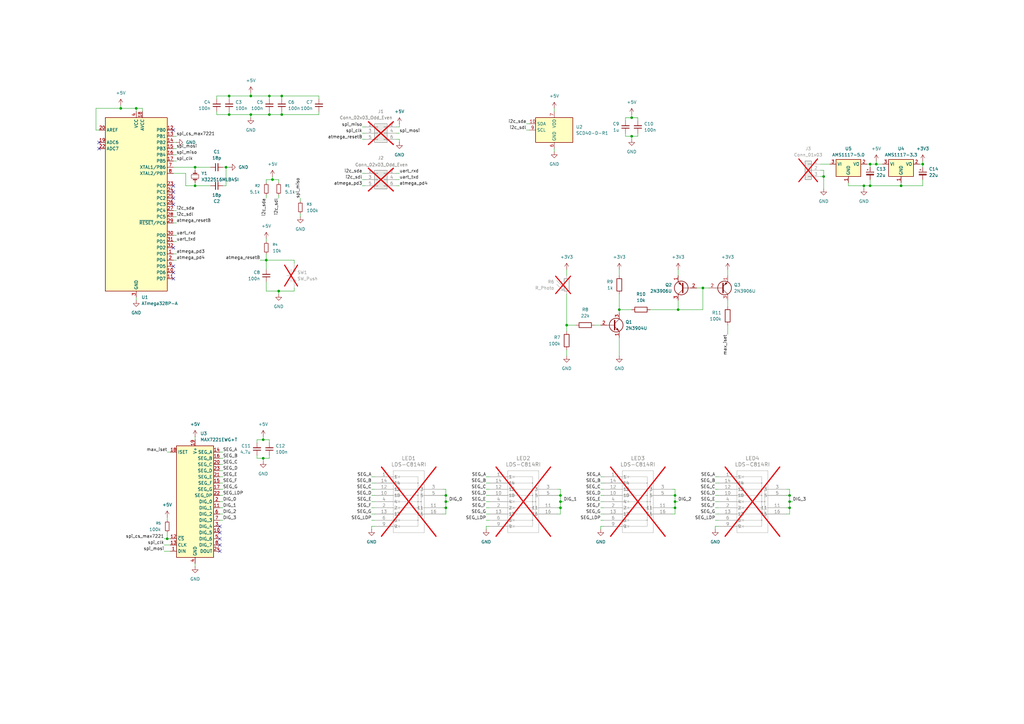
<source format=kicad_sch>
(kicad_sch (version 20250114) (generator "eeschema") (generator_version "9.0")
  (paper "A3")
  (junction (at 182.88 208.28))
  (junction (at 323.85 205.74))
  (junction (at 80.01 68.58))
  (junction (at 93.98 46.99))
  (junction (at 49.53 44.45))
  (junction (at 254 127))
  (junction (at 323.85 208.28))
  (junction (at 356.87 76.2))
  (junction (at 93.98 39.37))
  (junction (at 102.87 46.99))
  (junction (at 378.46 67.31))
  (junction (at 356.87 67.31))
  (junction (at 229.87 205.74))
  (junction (at 92.71 68.58))
  (junction (at 107.95 180.34))
  (junction (at 278.13 127))
  (junction (at 276.86 208.28))
  (junction (at 323.85 203.2))
  (junction (at 182.88 203.2))
  (junction (at 114.3 119.38))
  (junction (at 115.57 46.99))
  (junction (at 107.95 187.96))
  (junction (at 109.22 106.68))
  (junction (at 110.49 46.99))
  (junction (at 68.58 220.98))
  (junction (at 55.88 44.45))
  (junction (at 276.86 203.2))
  (junction (at 232.41 133.35))
  (junction (at 259.08 55.88))
  (junction (at 80.01 76.2))
  (junction (at 229.87 203.2))
  (junction (at 276.86 205.74))
  (junction (at 288.29 118.11))
  (junction (at 354.33 76.2))
  (junction (at 259.08 48.26))
  (junction (at 111.76 73.66))
  (junction (at 369.57 76.2))
  (junction (at 337.82 72.39))
  (junction (at 359.41 67.31))
  (junction (at 110.49 39.37))
  (junction (at 182.88 205.74))
  (junction (at 115.57 39.37))
  (junction (at 102.87 39.37))
  (junction (at 229.87 208.28))
  (no_connect (at 71.12 53.34))
  (no_connect (at 71.12 109.22))
  (no_connect (at 71.12 111.76))
  (no_connect (at 90.17 220.98))
  (no_connect (at 71.12 101.6))
  (no_connect (at 71.12 81.28))
  (no_connect (at 40.64 58.42))
  (no_connect (at 90.17 223.52))
  (no_connect (at 71.12 78.74))
  (no_connect (at 90.17 226.06))
  (no_connect (at 90.17 218.44))
  (no_connect (at 71.12 83.82))
  (no_connect (at 71.12 114.3))
  (no_connect (at 90.17 215.9))
  (no_connect (at 40.64 60.96))
  (no_connect (at 71.12 76.2))
  (wire (pts (xy 102.87 46.99) (xy 102.87 48.26)))
  (wire (pts (xy 259.08 55.88) (xy 259.08 57.15)))
  (wire (pts (xy 90.17 213.36) (xy 91.44 213.36)))
  (wire (pts (xy 152.4 198.12) (xy 153.67 198.12)))
  (wire (pts (xy 181.61 203.2) (xy 182.88 203.2)))
  (wire (pts (xy 246.38 198.12) (xy 247.65 198.12)))
  (wire (pts (xy 90.17 200.66) (xy 91.44 200.66)))
  (wire (pts (xy 55.88 44.45) (xy 58.42 44.45)))
  (wire (pts (xy 199.39 215.9) (xy 199.39 217.17)))
  (wire (pts (xy 276.86 205.74) (xy 276.86 208.28)))
  (wire (pts (xy 110.49 39.37) (xy 115.57 39.37)))
  (wire (pts (xy 266.7 127) (xy 278.13 127)))
  (wire (pts (xy 152.4 215.9) (xy 153.67 215.9)))
  (wire (pts (xy 215.9 50.8) (xy 217.17 50.8)))
  (wire (pts (xy 67.31 220.98) (xy 68.58 220.98)))
  (wire (pts (xy 114.3 73.66) (xy 114.3 74.93)))
  (wire (pts (xy 181.61 200.66) (xy 182.88 200.66)))
  (wire (pts (xy 115.57 46.99) (xy 110.49 46.99)))
  (wire (pts (xy 93.98 39.37) (xy 93.98 40.64)))
  (wire (pts (xy 130.81 45.72) (xy 130.81 46.99)))
  (wire (pts (xy 199.39 200.66) (xy 200.66 200.66)))
  (wire (pts (xy 276.86 200.66) (xy 276.86 203.2)))
  (wire (pts (xy 162.56 71.12) (xy 163.83 71.12)))
  (wire (pts (xy 92.71 68.58) (xy 93.98 68.58)))
  (wire (pts (xy 80.01 179.07) (xy 80.01 180.34)))
  (wire (pts (xy 322.58 210.82) (xy 323.85 210.82)))
  (wire (pts (xy 256.54 48.26) (xy 256.54 49.53)))
  (wire (pts (xy 288.29 118.11) (xy 290.83 118.11)))
  (wire (pts (xy 148.59 73.66) (xy 149.86 73.66)))
  (wire (pts (xy 278.13 127) (xy 288.29 127)))
  (wire (pts (xy 323.85 200.66) (xy 323.85 203.2)))
  (wire (pts (xy 293.37 195.58) (xy 294.64 195.58)))
  (wire (pts (xy 39.37 53.34) (xy 39.37 44.45)))
  (wire (pts (xy 347.98 76.2) (xy 347.98 74.93)))
  (wire (pts (xy 199.39 210.82) (xy 200.66 210.82)))
  (wire (pts (xy 71.12 86.36) (xy 72.39 86.36)))
  (wire (pts (xy 71.12 106.68) (xy 72.39 106.68)))
  (wire (pts (xy 90.17 203.2) (xy 91.44 203.2)))
  (wire (pts (xy 92.71 68.58) (xy 92.71 76.2)))
  (wire (pts (xy 254 110.49) (xy 254 113.03)))
  (wire (pts (xy 71.12 96.52) (xy 72.39 96.52)))
  (wire (pts (xy 285.75 118.11) (xy 288.29 118.11)))
  (wire (pts (xy 182.88 203.2) (xy 182.88 205.74)))
  (wire (pts (xy 298.45 123.19) (xy 298.45 125.73)))
  (wire (pts (xy 276.86 208.28) (xy 276.86 210.82)))
  (wire (pts (xy 90.17 210.82) (xy 91.44 210.82)))
  (wire (pts (xy 356.87 73.66) (xy 356.87 76.2)))
  (wire (pts (xy 115.57 40.64) (xy 115.57 39.37)))
  (wire (pts (xy 293.37 198.12) (xy 294.64 198.12)))
  (wire (pts (xy 182.88 208.28) (xy 182.88 210.82)))
  (wire (pts (xy 336.55 69.85) (xy 337.82 69.85)))
  (wire (pts (xy 110.49 187.96) (xy 107.95 187.96)))
  (wire (pts (xy 259.08 55.88) (xy 256.54 55.88)))
  (wire (pts (xy 378.46 67.31) (xy 378.46 68.58)))
  (wire (pts (xy 88.9 39.37) (xy 93.98 39.37)))
  (wire (pts (xy 246.38 215.9) (xy 247.65 215.9)))
  (wire (pts (xy 337.82 72.39) (xy 336.55 72.39)))
  (wire (pts (xy 356.87 67.31) (xy 355.6 67.31)))
  (wire (pts (xy 71.12 63.5) (xy 72.39 63.5)))
  (wire (pts (xy 293.37 205.74) (xy 294.64 205.74)))
  (wire (pts (xy 88.9 46.99) (xy 88.9 45.72)))
  (wire (pts (xy 90.17 187.96) (xy 91.44 187.96)))
  (wire (pts (xy 275.59 208.28) (xy 276.86 208.28)))
  (wire (pts (xy 90.17 205.74) (xy 91.44 205.74)))
  (wire (pts (xy 88.9 40.64) (xy 88.9 39.37)))
  (wire (pts (xy 162.56 57.15) (xy 163.83 57.15)))
  (wire (pts (xy 227.33 44.45) (xy 227.33 45.72)))
  (wire (pts (xy 246.38 208.28) (xy 247.65 208.28)))
  (wire (pts (xy 259.08 46.99) (xy 259.08 48.26)))
  (wire (pts (xy 293.37 215.9) (xy 294.64 215.9)))
  (wire (pts (xy 76.2 71.12) (xy 76.2 76.2)))
  (wire (pts (xy 261.62 54.61) (xy 261.62 55.88)))
  (wire (pts (xy 246.38 195.58) (xy 247.65 195.58)))
  (wire (pts (xy 80.01 76.2) (xy 86.36 76.2)))
  (wire (pts (xy 261.62 48.26) (xy 261.62 49.53)))
  (wire (pts (xy 246.38 200.66) (xy 247.65 200.66)))
  (wire (pts (xy 58.42 44.45) (xy 58.42 45.72)))
  (wire (pts (xy 181.61 210.82) (xy 182.88 210.82)))
  (wire (pts (xy 93.98 46.99) (xy 88.9 46.99)))
  (wire (pts (xy 111.76 73.66) (xy 114.3 73.66)))
  (wire (pts (xy 293.37 200.66) (xy 294.64 200.66)))
  (wire (pts (xy 275.59 210.82) (xy 276.86 210.82)))
  (wire (pts (xy 215.9 53.34) (xy 217.17 53.34)))
  (wire (pts (xy 111.76 72.39) (xy 111.76 73.66)))
  (wire (pts (xy 71.12 60.96) (xy 72.39 60.96)))
  (wire (pts (xy 71.12 99.06) (xy 72.39 99.06)))
  (wire (pts (xy 120.65 119.38) (xy 120.65 118.11)))
  (wire (pts (xy 337.82 72.39) (xy 337.82 77.47)))
  (wire (pts (xy 261.62 55.88) (xy 259.08 55.88)))
  (wire (pts (xy 110.49 46.99) (xy 102.87 46.99)))
  (wire (pts (xy 199.39 215.9) (xy 200.66 215.9)))
  (wire (pts (xy 130.81 46.99) (xy 115.57 46.99)))
  (wire (pts (xy 322.58 208.28) (xy 323.85 208.28)))
  (wire (pts (xy 49.53 43.18) (xy 49.53 44.45)))
  (wire (pts (xy 107.95 180.34) (xy 110.49 180.34)))
  (wire (pts (xy 107.95 187.96) (xy 107.95 189.23)))
  (wire (pts (xy 181.61 208.28) (xy 182.88 208.28)))
  (wire (pts (xy 55.88 44.45) (xy 55.88 45.72)))
  (wire (pts (xy 298.45 110.49) (xy 298.45 113.03)))
  (wire (pts (xy 80.01 68.58) (xy 86.36 68.58)))
  (wire (pts (xy 93.98 39.37) (xy 102.87 39.37)))
  (wire (pts (xy 259.08 48.26) (xy 256.54 48.26)))
  (wire (pts (xy 275.59 203.2) (xy 276.86 203.2)))
  (wire (pts (xy 90.17 190.5) (xy 91.44 190.5)))
  (wire (pts (xy 90.17 198.12) (xy 91.44 198.12)))
  (wire (pts (xy 182.88 205.74) (xy 184.15 205.74)))
  (wire (pts (xy 259.08 48.26) (xy 261.62 48.26)))
  (wire (pts (xy 90.17 193.04) (xy 91.44 193.04)))
  (wire (pts (xy 91.44 76.2) (xy 92.71 76.2)))
  (wire (pts (xy 93.98 45.72) (xy 93.98 46.99)))
  (wire (pts (xy 105.41 186.69) (xy 105.41 187.96)))
  (wire (pts (xy 163.83 50.8) (xy 163.83 52.07)))
  (wire (pts (xy 275.59 200.66) (xy 276.86 200.66)))
  (wire (pts (xy 323.85 203.2) (xy 323.85 205.74)))
  (wire (pts (xy 356.87 68.58) (xy 356.87 67.31)))
  (wire (pts (xy 107.95 187.96) (xy 105.41 187.96)))
  (wire (pts (xy 229.87 203.2) (xy 229.87 205.74)))
  (wire (pts (xy 67.31 223.52) (xy 69.85 223.52)))
  (wire (pts (xy 148.59 52.07) (xy 149.86 52.07)))
  (wire (pts (xy 162.56 76.2) (xy 163.83 76.2)))
  (wire (pts (xy 102.87 39.37) (xy 110.49 39.37)))
  (wire (pts (xy 347.98 76.2) (xy 354.33 76.2)))
  (wire (pts (xy 182.88 205.74) (xy 182.88 208.28)))
  (wire (pts (xy 71.12 88.9) (xy 72.39 88.9)))
  (wire (pts (xy 80.01 69.85) (xy 80.01 68.58)))
  (wire (pts (xy 199.39 195.58) (xy 200.66 195.58)))
  (wire (pts (xy 199.39 213.36) (xy 200.66 213.36)))
  (wire (pts (xy 199.39 198.12) (xy 200.66 198.12)))
  (wire (pts (xy 254 127) (xy 259.08 127)))
  (wire (pts (xy 109.22 104.14) (xy 109.22 106.68)))
  (wire (pts (xy 68.58 212.09) (xy 68.58 213.36)))
  (wire (pts (xy 323.85 205.74) (xy 325.12 205.74)))
  (wire (pts (xy 377.19 67.31) (xy 378.46 67.31)))
  (wire (pts (xy 162.56 52.07) (xy 163.83 52.07)))
  (wire (pts (xy 49.53 44.45) (xy 55.88 44.45)))
  (wire (pts (xy 232.41 133.35) (xy 236.22 133.35)))
  (wire (pts (xy 109.22 73.66) (xy 111.76 73.66)))
  (wire (pts (xy 105.41 181.61) (xy 105.41 180.34)))
  (wire (pts (xy 76.2 76.2) (xy 80.01 76.2)))
  (wire (pts (xy 90.17 185.42) (xy 91.44 185.42)))
  (wire (pts (xy 148.59 57.15) (xy 149.86 57.15)))
  (wire (pts (xy 246.38 205.74) (xy 247.65 205.74)))
  (wire (pts (xy 114.3 80.01) (xy 114.3 81.28)))
  (wire (pts (xy 228.6 208.28) (xy 229.87 208.28)))
  (wire (pts (xy 130.81 39.37) (xy 130.81 40.64)))
  (wire (pts (xy 115.57 39.37) (xy 130.81 39.37)))
  (wire (pts (xy 148.59 76.2) (xy 149.86 76.2)))
  (wire (pts (xy 243.84 133.35) (xy 246.38 133.35)))
  (wire (pts (xy 68.58 185.42) (xy 69.85 185.42)))
  (wire (pts (xy 232.41 120.65) (xy 232.41 133.35)))
  (wire (pts (xy 254 138.43) (xy 254 146.05)))
  (wire (pts (xy 293.37 215.9) (xy 293.37 217.17)))
  (wire (pts (xy 110.49 45.72) (xy 110.49 46.99)))
  (wire (pts (xy 148.59 71.12) (xy 149.86 71.12)))
  (wire (pts (xy 71.12 104.14) (xy 72.39 104.14)))
  (wire (pts (xy 109.22 97.79) (xy 109.22 99.06)))
  (wire (pts (xy 369.57 74.93) (xy 369.57 76.2)))
  (wire (pts (xy 80.01 76.2) (xy 80.01 74.93)))
  (wire (pts (xy 354.33 76.2) (xy 356.87 76.2)))
  (wire (pts (xy 68.58 220.98) (xy 69.85 220.98)))
  (wire (pts (xy 71.12 71.12) (xy 76.2 71.12)))
  (wire (pts (xy 123.19 81.28) (xy 123.19 82.55)))
  (wire (pts (xy 354.33 76.2) (xy 354.33 77.47)))
  (wire (pts (xy 323.85 205.74) (xy 323.85 208.28)))
  (wire (pts (xy 39.37 44.45) (xy 49.53 44.45)))
  (wire (pts (xy 232.41 110.49) (xy 232.41 113.03)))
  (wire (pts (xy 91.44 68.58) (xy 92.71 68.58)))
  (wire (pts (xy 199.39 203.2) (xy 200.66 203.2)))
  (wire (pts (xy 102.87 46.99) (xy 93.98 46.99)))
  (wire (pts (xy 278.13 123.19) (xy 278.13 127)))
  (wire (pts (xy 114.3 119.38) (xy 120.65 119.38)))
  (wire (pts (xy 106.68 106.68) (xy 109.22 106.68)))
  (wire (pts (xy 162.56 54.61) (xy 163.83 54.61)))
  (wire (pts (xy 293.37 210.82) (xy 294.64 210.82)))
  (wire (pts (xy 356.87 76.2) (xy 369.57 76.2)))
  (wire (pts (xy 109.22 115.57) (xy 109.22 119.38)))
  (wire (pts (xy 229.87 205.74) (xy 229.87 208.28)))
  (wire (pts (xy 109.22 106.68) (xy 109.22 110.49)))
  (wire (pts (xy 67.31 226.06) (xy 69.85 226.06)))
  (wire (pts (xy 336.55 67.31) (xy 340.36 67.31)))
  (wire (pts (xy 152.4 200.66) (xy 153.67 200.66)))
  (wire (pts (xy 152.4 195.58) (xy 153.67 195.58)))
  (wire (pts (xy 298.45 133.35) (xy 298.45 137.16)))
  (wire (pts (xy 105.41 180.34) (xy 107.95 180.34)))
  (wire (pts (xy 90.17 195.58) (xy 91.44 195.58)))
  (wire (pts (xy 246.38 215.9) (xy 246.38 217.17)))
  (wire (pts (xy 293.37 208.28) (xy 294.64 208.28)))
  (wire (pts (xy 110.49 186.69) (xy 110.49 187.96)))
  (wire (pts (xy 163.83 57.15) (xy 163.83 58.42)))
  (wire (pts (xy 359.41 67.31) (xy 361.95 67.31)))
  (wire (pts (xy 246.38 210.82) (xy 247.65 210.82)))
  (wire (pts (xy 199.39 208.28) (xy 200.66 208.28)))
  (wire (pts (xy 276.86 205.74) (xy 278.13 205.74)))
  (wire (pts (xy 68.58 218.44) (xy 68.58 220.98)))
  (wire (pts (xy 102.87 38.1) (xy 102.87 39.37)))
  (wire (pts (xy 71.12 68.58) (xy 80.01 68.58)))
  (wire (pts (xy 278.13 110.49) (xy 278.13 113.03)))
  (wire (pts (xy 55.88 121.92) (xy 55.88 123.19)))
  (wire (pts (xy 378.46 66.04) (xy 378.46 67.31)))
  (wire (pts (xy 148.59 54.61) (xy 149.86 54.61)))
  (wire (pts (xy 71.12 55.88) (xy 72.39 55.88)))
  (wire (pts (xy 246.38 203.2) (xy 247.65 203.2)))
  (wire (pts (xy 378.46 73.66) (xy 378.46 76.2)))
  (wire (pts (xy 199.39 205.74) (xy 200.66 205.74)))
  (wire (pts (xy 227.33 60.96) (xy 227.33 62.23)))
  (wire (pts (xy 115.57 45.72) (xy 115.57 46.99)))
  (wire (pts (xy 323.85 208.28) (xy 323.85 210.82)))
  (wire (pts (xy 232.41 143.51) (xy 232.41 146.05)))
  (wire (pts (xy 120.65 106.68) (xy 120.65 107.95)))
  (wire (pts (xy 254 120.65) (xy 254 127)))
  (wire (pts (xy 152.4 213.36) (xy 153.67 213.36)))
  (wire (pts (xy 152.4 205.74) (xy 153.67 205.74)))
  (wire (pts (xy 256.54 54.61) (xy 256.54 55.88)))
  (wire (pts (xy 378.46 76.2) (xy 369.57 76.2)))
  (wire (pts (xy 322.58 200.66) (xy 323.85 200.66)))
  (wire (pts (xy 228.6 210.82) (xy 229.87 210.82)))
  (wire (pts (xy 293.37 213.36) (xy 294.64 213.36)))
  (wire (pts (xy 356.87 67.31) (xy 359.41 67.31)))
  (wire (pts (xy 182.88 200.66) (xy 182.88 203.2)))
  (wire (pts (xy 109.22 74.93) (xy 109.22 73.66)))
  (wire (pts (xy 232.41 133.35) (xy 232.41 135.89)))
  (wire (pts (xy 228.6 203.2) (xy 229.87 203.2)))
  (wire (pts (xy 80.01 231.14) (xy 80.01 232.41)))
  (wire (pts (xy 359.41 66.04) (xy 359.41 67.31)))
  (wire (pts (xy 40.64 53.34) (xy 39.37 53.34)))
  (wire (pts (xy 276.86 203.2) (xy 276.86 205.74)))
  (wire (pts (xy 322.58 203.2) (xy 323.85 203.2)))
  (wire (pts (xy 71.12 91.44) (xy 72.39 91.44)))
  (wire (pts (xy 229.87 208.28) (xy 229.87 210.82)))
  (wire (pts (xy 109.22 80.01) (xy 109.22 81.28)))
  (wire (pts (xy 71.12 66.04) (xy 72.39 66.04)))
  (wire (pts (xy 152.4 208.28) (xy 153.67 208.28)))
  (wire (pts (xy 152.4 210.82) (xy 153.67 210.82)))
  (wire (pts (xy 337.82 69.85) (xy 337.82 72.39)))
  (wire (pts (xy 110.49 180.34) (xy 110.49 181.61)))
  (wire (pts (xy 229.87 200.66) (xy 229.87 203.2)))
  (wire (pts (xy 293.37 203.2) (xy 294.64 203.2)))
  (wire (pts (xy 90.17 208.28) (xy 91.44 208.28)))
  (wire (pts (xy 109.22 119.38) (xy 114.3 119.38)))
  (wire (pts (xy 110.49 39.37) (xy 110.49 40.64)))
  (wire (pts (xy 109.22 106.68) (xy 120.65 106.68)))
  (wire (pts (xy 152.4 215.9) (xy 152.4 217.17)))
  (wire (pts (xy 162.56 73.66) (xy 163.83 73.66)))
  (wire (pts (xy 152.4 203.2) (xy 153.67 203.2)))
  (wire (pts (xy 107.95 179.07) (xy 107.95 180.34)))
  (wire (pts (xy 229.87 205.74) (xy 231.14 205.74)))
  (wire (pts (xy 114.3 119.38) (xy 114.3 120.65)))
  (wire (pts (xy 71.12 58.42) (xy 72.39 58.42)))
  (wire (pts (xy 123.19 87.63) (xy 123.19 88.9)))
  (wire (pts (xy 228.6 200.66) (xy 229.87 200.66)))
  (wire (pts (xy 288.29 118.11) (xy 288.29 127)))
  (wire (pts (xy 246.38 213.36) (xy 247.65 213.36)))
  (wire (pts (xy 254 127) (xy 254 128.27)))
  (label "SEG_G" (at 293.37 210.82 180))
  (label "spi_clk" (at 148.59 54.61 180))
  (label "SEG_LDP" (at 293.37 213.36 180))
  (label "spi_cs_max7221" (at 67.31 220.98 180))
  (label "i2c_sda" (at 72.39 86.36 0))
  (label "i2c_sdl" (at 72.39 88.9 0))
  (label "atmega_resetB" (at 72.39 91.44 0))
  (label "spi_miso" (at 148.59 52.07 180))
  (label "i2c_sdl" (at 114.3 81.28 270))
  (label "SEG_LDP" (at 91.44 203.2 0))
  (label "SEG_F" (at 91.44 198.12 0))
  (label "SEG_G" (at 91.44 200.66 0))
  (label "SEG_E" (at 91.44 195.58 0))
  (label "SEG_B" (at 91.44 187.96 0))
  (label "SEG_D" (at 91.44 193.04 0))
  (label "SEG_C" (at 91.44 190.5 0))
  (label "SEG_A" (at 91.44 185.42 0))
  (label "SEG_F" (at 293.37 208.28 180))
  (label "atmega_resetB" (at 106.68 106.68 180))
  (label "atmega_pd4" (at 163.83 76.2 0))
  (label "uart_txd" (at 163.83 73.66 0))
  (label "SEG_LDP" (at 152.4 213.36 180))
  (label "SEG_B" (at 152.4 198.12 180))
  (label "SEG_C" (at 152.4 200.66 180))
  (label "SEG_A" (at 152.4 195.58 180))
  (label "SEG_F" (at 152.4 208.28 180))
  (label "SEG_E" (at 152.4 205.74 180))
  (label "SEG_G" (at 152.4 210.82 180))
  (label "SEG_D" (at 152.4 203.2 180))
  (label "SEG_LDP" (at 199.39 213.36 180))
  (label "SEG_LDP" (at 246.38 213.36 180))
  (label "spi_clk" (at 67.31 223.52 180))
  (label "max_iset" (at 68.58 185.42 180))
  (label "i2c_sda" (at 215.9 50.8 180))
  (label "i2c_sda" (at 109.22 81.28 270))
  (label "DIG_3" (at 325.12 205.74 0))
  (label "SEG_F" (at 199.39 208.28 180))
  (label "i2c_sda" (at 148.59 71.12 180))
  (label "atmega_pd4" (at 72.39 106.68 0))
  (label "SEG_D" (at 199.39 203.2 180))
  (label "SEG_F" (at 246.38 208.28 180))
  (label "SEG_B" (at 293.37 198.12 180))
  (label "atmega_resetB" (at 148.59 57.15 180))
  (label "SEG_A" (at 246.38 195.58 180))
  (label "spi_clk" (at 72.39 66.04 0))
  (label "spi_miso" (at 72.39 63.5 0))
  (label "spi_mosi" (at 72.39 60.96 0))
  (label "spi_cs_max7221" (at 72.39 55.88 0))
  (label "uart_rxd" (at 163.83 71.12 0))
  (label "SEG_C" (at 199.39 200.66 180))
  (label "SEG_A" (at 199.39 195.58 180))
  (label "DIG_1" (at 231.14 205.74 0))
  (label "SEG_C" (at 246.38 200.66 180))
  (label "DIG_0" (at 184.15 205.74 0))
  (label "SEG_B" (at 246.38 198.12 180))
  (label "atmega_pd3" (at 148.59 76.2 180))
  (label "DIG_0" (at 91.44 205.74 0))
  (label "DIG_1" (at 91.44 208.28 0))
  (label "DIG_3" (at 91.44 213.36 0))
  (label "DIG_2" (at 91.44 210.82 0))
  (label "i2c_sdl" (at 215.9 53.34 180))
  (label "SEG_E" (at 246.38 205.74 180))
  (label "SEG_E" (at 293.37 205.74 180))
  (label "spi_mosi" (at 163.83 54.61 0))
  (label "i2c_sdl" (at 148.59 73.66 180))
  (label "SEG_B" (at 199.39 198.12 180))
  (label "spi_miso" (at 123.19 81.28 90))
  (label "atmega_pd3" (at 72.39 104.14 0))
  (label "DIG_2" (at 278.13 205.74 0))
  (label "SEG_D" (at 293.37 203.2 180))
  (label "SEG_G" (at 246.38 210.82 180))
  (label "SEG_G" (at 199.39 210.82 180))
  (label "SEG_E" (at 199.39 205.74 180))
  (label "SEG_A" (at 293.37 195.58 180))
  (label "SEG_D" (at 246.38 203.2 180))
  (label "spi_mosi" (at 67.31 226.06 180))
  (label "SEG_C" (at 293.37 200.66 180))
  (label "uart_rxd" (at 72.39 96.52 0))
  (label "uart_txd" (at 72.39 99.06 0))
  (label "max_iset" (at 298.45 137.16 270))
  (symbol (lib_id "inv_symbols:LDS-C814RI") (at 247.65 195.58 0) (unit 1) (dnp yes)
    (property "Reference" "LED3" (at 261.62 187.96 0) (effects (font (size 1.524 1.524))))
    (property "Value" "LDS-C814RI" (at 261.62 190.5 0) (effects (font (size 1.524 1.524))))
    (property "Footprint" "inv_footprints:LDS-C814RI_LUM" (effects (hide yes)))
    (property "Datasheet" "LDS-C814RI" (effects (hide yes)))
  )
  (symbol (lib_id "power:GND") (at 80.01 232.41 0) (unit 1)
    (property "Reference" "#PWR018" (effects (hide yes)))
    (property "Value" "GND" (at 80.01 237.49 0))
    (property "Description" "Power symbol creates a global label with name \"GND\" , ground" (effects (hide yes)))
  )
  (symbol (lib_id "Device:R_Photo") (at 232.41 116.84 0) (unit 1) (dnp yes)
    (property "Reference" "R6" (at 227.33 115.5699 0) (effects (justify right)))
    (property "Value" "R_Photo" (at 227.33 118.1099 0) (effects (justify right)))
    (property "Footprint" "OptoDevice:R_LDR_5.1x4.3mm_P3.4mm_Vertical" (effects (hide yes)))
    (property "Description" "Photoresistor" (effects (hide yes)))
  )
  (symbol (lib_id "power:+5V") (at 227.33 44.45 0) (unit 1)
    (property "Reference" "#PWR013" (effects (hide yes)))
    (property "Value" "+5V" (at 227.33 39.37 0))
    (property "Description" "Power symbol creates a global label with name \"+5V\"" (effects (hide yes)))
  )
  (symbol (lib_id "Connector_Generic:Conn_01x03") (at 331.47 69.85 0) (mirror y) (unit 1) (dnp yes)
    (property "Reference" "J3" (at 331.47 60.96 0))
    (property "Value" "Conn_01x03" (at 331.47 63.5 0))
    (property "Footprint" "inv_footprints:MPD_EJ508A" (effects (hide yes)))
    (property "Description" "Generic connector, single row, 01x03, script generated (kicad-library-utils/schlib/autogen/connector/)" (effects (hide yes)))
  )
  (symbol (lib_id "power:+3V3") (at 254 110.49 0) (unit 1)
    (property "Reference" "#PWR023" (effects (hide yes)))
    (property "Value" "+3V3" (at 254 105.41 0))
    (property "Description" "Power symbol creates a global label with name \"+3V3\"" (effects (hide yes)))
  )
  (symbol (lib_id "power:GND") (at 93.98 68.58 90) (unit 1)
    (property "Reference" "#PWR04" (effects (hide yes)))
    (property "Value" "GND" (at 97.79 68.5799 90) (effects (justify right)))
    (property "Description" "Power symbol creates a global label with name \"GND\" , ground" (effects (hide yes)))
  )
  (symbol (lib_id "Device:R_Small") (at 68.58 215.9 0) (unit 1)
    (property "Reference" "R5" (at 66.04 214.6299 0) (effects (font (size 1.016 1.016)) (justify right)))
    (property "Value" "100k" (at 66.04 217.1699 0) (effects (justify right)))
    (property "Footprint" "Resistor_SMD:R_0603_1608Metric" (effects (hide yes)))
    (property "Description" "Resistor, small symbol" (effects (hide yes)))
    (property "LCSC" "C25803" (effects (hide yes)))
  )
  (symbol (lib_id "Regulator_Linear:AMS1117-5.0") (at 347.98 67.31 0) (unit 1)
    (property "Reference" "U5" (at 347.98 60.96 0))
    (property "Value" "AMS1117-5.0" (at 347.98 63.5 0))
    (property "Footprint" "Package_TO_SOT_SMD:SOT-223-3_TabPin2" (effects (hide yes)))
    (property "Datasheet" "http://www.advanced-monolithic.com/pdf/ds1117.pdf" (effects (hide yes)))
    (property "Description" "1A Low Dropout regulator, positive, 5.0V fixed output, SOT-223" (effects (hide yes)))
    (property "LCSC" "C6187" (effects (hide yes)))
  )
  (symbol (lib_id "Device:C_Small") (at 93.98 43.18 180) (unit 1)
    (property "Reference" "C3" (at 96.52 41.9035 0) (effects (justify right)))
    (property "Value" "100n" (at 96.52 44.4435 0) (effects (justify right)))
    (property "Footprint" "Capacitor_SMD:C_0603_1608Metric" (effects (hide yes)))
    (property "Description" "Unpolarized capacitor, small symbol" (effects (hide yes)))
    (property "LCSC" "C14663" (effects (hide yes)))
  )
  (symbol (lib_id "Transistor_BJT:2N3906") (at 280.67 118.11 180) (unit 1)
    (property "Reference" "Q2" (at 275.59 116.8399 0) (effects (justify left)))
    (property "Value" "2N3906U" (at 275.59 119.3799 0) (effects (justify left)))
    (property "Footprint" "Package_TO_SOT_SMD:SOT-89-3" (effects (hide yes)))
    (property "Datasheet" "https://www.onsemi.com/pub/Collateral/2N3906-D.PDF" (effects (hide yes)))
    (property "Description" "-0.2A Ic, -40V Vce, Small Signal PNP Transistor, TO-92" (effects (hide yes)))
    (property "LCSC" "C2928257" (effects (hide yes)))
  )
  (symbol (lib_id "power:+3V3") (at 278.13 110.49 0) (unit 1)
    (property "Reference" "#PWR024" (effects (hide yes)))
    (property "Value" "+3V3" (at 278.13 105.41 0))
    (property "Description" "Power symbol creates a global label with name \"+3V3\"" (effects (hide yes)))
  )
  (symbol (lib_id "power:GND") (at 227.33 62.23 0) (unit 1)
    (property "Reference" "#PWR014" (effects (hide yes)))
    (property "Value" "GND" (at 227.33 67.31 0))
    (property "Description" "Power symbol creates a global label with name \"GND\" , ground" (effects (hide yes)))
  )
  (symbol (lib_id "power:GND") (at 254 146.05 0) (unit 1)
    (property "Reference" "#PWR027" (effects (hide yes)))
    (property "Value" "GND" (at 254 151.13 0))
    (property "Description" "Power symbol creates a global label with name \"GND\" , ground" (effects (hide yes)))
  )
  (symbol (lib_id "inv_symbols:LDS-C814RI") (at 153.67 195.58 0) (unit 1) (dnp yes)
    (property "Reference" "LED1" (at 167.64 187.96 0) (effects (font (size 1.524 1.524))))
    (property "Value" "LDS-C814RI" (at 167.64 190.5 0) (effects (font (size 1.524 1.524))))
    (property "Footprint" "inv_footprints:LDS-C814RI_LUM" (effects (hide yes)))
    (property "Datasheet" "LDS-C814RI" (effects (hide yes)))
  )
  (symbol (lib_id "Device:C_Small") (at 88.9 43.18 0) (mirror x) (unit 1)
    (property "Reference" "C4" (at 86.36 41.9035 0) (effects (justify right)))
    (property "Value" "100n" (at 86.36 44.4435 0) (effects (justify right)))
    (property "Footprint" "Capacitor_SMD:C_0603_1608Metric" (effects (hide yes)))
    (property "Description" "Unpolarized capacitor, small symbol" (effects (hide yes)))
    (property "LCSC" "C14663" (effects (hide yes)))
  )
  (symbol (lib_id "inv_symbols:LDS-C814RI") (at 294.64 195.58 0) (unit 1) (dnp yes)
    (property "Reference" "LED4" (at 308.61 187.96 0) (effects (font (size 1.524 1.524))))
    (property "Value" "LDS-C814RI" (at 308.61 190.5 0) (effects (font (size 1.524 1.524))))
    (property "Footprint" "inv_footprints:LDS-C814RI_LUM" (effects (hide yes)))
    (property "Datasheet" "LDS-C814RI" (effects (hide yes)))
  )
  (symbol (lib_id "Device:R") (at 254 116.84 0) (unit 1)
    (property "Reference" "R9" (at 251.46 115.5699 0) (effects (justify right)))
    (property "Value" "1k" (at 251.46 118.1099 0) (effects (justify right)))
    (property "Footprint" "Resistor_SMD:R_0603_1608Metric" (effects (hide yes)))
    (property "Description" "Resistor" (effects (hide yes)))
    (property "LCSC" "C21190" (effects (hide yes)))
  )
  (symbol (lib_id "power:GND") (at 259.08 57.15 0) (unit 1)
    (property "Reference" "#PWR016" (effects (hide yes)))
    (property "Value" "GND" (at 259.08 62.23 0))
    (property "Description" "Power symbol creates a global label with name \"GND\" , ground" (effects (hide yes)))
  )
  (symbol (lib_id "power:GND") (at 337.82 77.47 0) (unit 1)
    (property "Reference" "#PWR035" (effects (hide yes)))
    (property "Value" "GND" (at 337.82 82.55 0))
    (property "Description" "Power symbol creates a global label with name \"GND\" , ground" (effects (hide yes)))
  )
  (symbol (lib_id "Connector_Generic:Conn_02x03_Odd_Even") (at 154.94 73.66 0) (unit 1) (dnp yes)
    (property "Reference" "J2" (at 156.21 64.77 0))
    (property "Value" "Conn_02x03_Odd_Even" (at 156.464 67.564 0))
    (property "Footprint" "Connector_PinHeader_2.54mm:PinHeader_2x03_P2.54mm_Vertical" (effects (hide yes)))
    (property "Description" "Generic connector, double row, 02x03, odd/even pin numbering scheme (row 1 odd numbers, row 2 even numbers), script generated (kicad-library-utils/schlib/autogen/connector/)" (effects (hide yes)))
  )
  (symbol (lib_id "power:GND") (at 102.87 48.26 0) (unit 1)
    (property "Reference" "#PWR06" (effects (hide yes)))
    (property "Value" "GND" (at 102.87 53.34 0))
    (property "Description" "Power symbol creates a global label with name \"GND\" , ground" (effects (hide yes)))
  )
  (symbol (lib_id "Sensor_Gas:SCD40-D-R2") (at 227.33 53.34 0) (mirror y) (unit 1)
    (property "Reference" "U2" (at 236.22 52.0699 0) (effects (justify right)))
    (property "Value" "SCD40-D-R1" (at 236.22 54.6099 0) (effects (justify right)))
    (property "Footprint" "Sensor:Sensirion_SCD4x-1EP_10.1x10.1mm_P1.25mm_EP4.8x4.8mm" (effects (hide yes)))
    (property "Datasheet" "https://sensirion.com/media/documents/E0F04247/631EF271/CD_DS_SCD40_SCD41_Datasheet_D1.pdf" (effects (hide yes)))
    (property "Description" "Photoacoustic CO2 sensor, 40 000 ppm, I2C, 2.4-5.5 V, Base accuracy  400 - 2000 ppm" (effects (hide yes)))
    (property "LCSC" "C3037696" (effects (hide yes)))
  )
  (symbol (lib_id "Device:C_Small") (at 110.49 184.15 180) (unit 1)
    (property "Reference" "C12" (at 113.03 182.8735 0) (effects (justify right)))
    (property "Value" "100n" (at 113.03 185.4135 0) (effects (justify right)))
    (property "Footprint" "Capacitor_SMD:C_0603_1608Metric" (effects (hide yes)))
    (property "Description" "Unpolarized capacitor, small symbol" (effects (hide yes)))
    (property "LCSC" "C14663" (effects (hide yes)))
  )
  (symbol (lib_id "Transistor_BJT:2N3904") (at 251.46 133.35 0) (unit 1)
    (property "Reference" "Q1" (at 256.54 132.0799 0) (effects (justify left)))
    (property "Value" "2N3904U" (at 256.54 134.6199 0) (effects (justify left)))
    (property "Footprint" "Package_TO_SOT_SMD:SOT-89-3" (effects (hide yes)))
    (property "Datasheet" "https://www.onsemi.com/pub/Collateral/2N3903-D.PDF" (effects (hide yes)))
    (property "Description" "0.2A Ic, 40V Vce, Small Signal NPN Transistor, TO-92" (effects (hide yes)))
    (property "LCSC" "C2928256" (effects (hide yes)))
  )
  (symbol (lib_id "Connector_Generic:Conn_02x03_Odd_Even") (at 154.94 54.61 0) (unit 1) (dnp yes)
    (property "Reference" "J1" (at 156.21 45.72 0))
    (property "Value" "Conn_02x03_Odd_Even" (at 150.114 48.26 0))
    (property "Footprint" "Connector_PinHeader_2.54mm:PinHeader_2x03_P2.54mm_Vertical" (effects (hide yes)))
    (property "Description" "Generic connector, double row, 02x03, odd/even pin numbering scheme (row 1 odd numbers, row 2 even numbers), script generated (kicad-library-utils/schlib/autogen/connector/)" (effects (hide yes)))
  )
  (symbol (lib_id "power:+3V3") (at 232.41 110.49 0) (unit 1)
    (property "Reference" "#PWR022" (effects (hide yes)))
    (property "Value" "+3V3" (at 232.41 105.41 0))
    (property "Description" "Power symbol creates a global label with name \"+3V3\"" (effects (hide yes)))
  )
  (symbol (lib_id "power:+3V3") (at 298.45 110.49 0) (unit 1)
    (property "Reference" "#PWR025" (effects (hide yes)))
    (property "Value" "+3V3" (at 298.45 105.41 0))
    (property "Description" "Power symbol creates a global label with name \"+3V3\"" (effects (hide yes)))
  )
  (symbol (lib_id "power:GND") (at 72.39 58.42 90) (unit 1)
    (property "Reference" "#PWR03" (effects (hide yes)))
    (property "Value" "GND" (at 76.2 58.4199 90) (effects (justify right)))
    (property "Description" "Power symbol creates a global label with name \"GND\" , ground" (effects (hide yes)))
  )
  (symbol (lib_id "Device:C_Small") (at 109.22 113.03 0) (mirror x) (unit 1)
    (property "Reference" "C8" (at 106.68 111.7535 0) (effects (justify right)))
    (property "Value" "100n" (at 106.68 114.2935 0) (effects (justify right)))
    (property "Footprint" "Capacitor_SMD:C_0603_1608Metric" (effects (hide yes)))
    (property "Description" "Unpolarized capacitor, small symbol" (effects (hide yes)))
    (property "LCSC" "C14663" (effects (hide yes)))
  )
  (symbol (lib_id "power:+5V") (at 68.58 212.09 0) (unit 1)
    (property "Reference" "#PWR019" (effects (hide yes)))
    (property "Value" "+5V" (at 68.58 207.01 0))
    (property "Description" "Power symbol creates a global label with name \"+5V\"" (effects (hide yes)))
  )
  (symbol (lib_id "power:GND") (at 232.41 146.05 0) (unit 1)
    (property "Reference" "#PWR026" (effects (hide yes)))
    (property "Value" "GND" (at 232.41 151.13 0))
    (property "Description" "Power symbol creates a global label with name \"GND\" , ground" (effects (hide yes)))
  )
  (symbol (lib_id "power:+3V3") (at 378.46 66.04 0) (unit 1)
    (property "Reference" "#PWR033" (effects (hide yes)))
    (property "Value" "+3V3" (at 378.46 60.96 0))
    (property "Description" "Power symbol creates a global label with name \"+3V3\"" (effects (hide yes)))
  )
  (symbol (lib_id "Device:C_Small") (at 261.62 52.07 180) (unit 1)
    (property "Reference" "C10" (at 264.16 50.7935 0) (effects (justify right)))
    (property "Value" "100n" (at 264.16 53.3335 0) (effects (justify right)))
    (property "Footprint" "Capacitor_SMD:C_0603_1608Metric" (effects (hide yes)))
    (property "Description" "Unpolarized capacitor, small symbol" (effects (hide yes)))
    (property "LCSC" "C14663" (effects (hide yes)))
  )
  (symbol (lib_id "Device:C_Small") (at 130.81 43.18 0) (mirror x) (unit 1)
    (property "Reference" "C7" (at 128.27 41.9035 0) (effects (justify right)))
    (property "Value" "100n" (at 128.27 44.4435 0) (effects (justify right)))
    (property "Footprint" "Capacitor_SMD:C_0603_1608Metric" (effects (hide yes)))
    (property "Description" "Unpolarized capacitor, small symbol" (effects (hide yes)))
    (property "LCSC" "C14663" (effects (hide yes)))
  )
  (symbol (lib_id "Device:C_Polarized_Small") (at 356.87 71.12 0) (unit 1)
    (property "Reference" "C13" (at 359.41 69.3038 0) (effects (justify left)))
    (property "Value" "22u" (at 359.41 71.8438 0) (effects (justify left)))
    (property "Footprint" "Capacitor_Tantalum_SMD:CP_EIA-3216-18_Kemet-A" (effects (hide yes)))
    (property "Description" "Polarized capacitor, small symbol" (effects (hide yes)))
    (property "LCSC" "C7182" (effects (hide yes)))
  )
  (symbol (lib_id "power:GND") (at 107.95 189.23 0) (unit 1)
    (property "Reference" "#PWR021" (effects (hide yes)))
    (property "Value" "GND" (at 107.95 194.31 0))
    (property "Description" "Power symbol creates a global label with name \"GND\" , ground" (effects (hide yes)))
  )
  (symbol (lib_id "Device:C_Polarized_Small") (at 378.46 71.12 0) (unit 1)
    (property "Reference" "C14" (at 381 69.3038 0) (effects (justify left)))
    (property "Value" "22u" (at 381 71.8438 0) (effects (justify left)))
    (property "Footprint" "Capacitor_Tantalum_SMD:CP_EIA-3216-18_Kemet-A" (effects (hide yes)))
    (property "Description" "Polarized capacitor, small symbol" (effects (hide yes)))
    (property "LCSC" "C7182" (effects (hide yes)))
  )
  (symbol (lib_id "Driver_LED:MAX7221xWG") (at 80.01 205.74 0) (unit 1)
    (property "Reference" "U3" (at 82.1533 177.8 0) (effects (justify left)))
    (property "Value" "MAX7221EWG+T" (at 82.1533 180.34 0) (effects (justify left)))
    (property "Footprint" "Package_SO:SOIC-24W_7.5x15.4mm_P1.27mm" (effects (hide yes)))
    (property "Datasheet" "https://datasheets.maximintegrated.com/en/ds/MAX7219-MAX7221.pdf" (effects (hide yes)))
    (property "Description" "Serially Interfaced, 8-Digit LED Display Driver, SOIC-24W" (effects (hide yes)))
    (property "LCSC" "C124668" (effects (hide yes)))
  )
  (symbol (lib_id "inv_symbols:LDS-C814RI") (at 200.66 195.58 0) (unit 1) (dnp yes)
    (property "Reference" "LED2" (at 214.63 187.96 0) (effects (font (size 1.524 1.524))))
    (property "Value" "LDS-C814RI" (at 214.63 190.5 0) (effects (font (size 1.524 1.524))))
    (property "Footprint" "inv_footprints:LDS-C814RI_LUM" (effects (hide yes)))
    (property "Datasheet" "LDS-C814RI" (effects (hide yes)))
  )
  (symbol (lib_id "power:GND") (at 114.3 120.65 0) (unit 1)
    (property "Reference" "#PWR010" (effects (hide yes)))
    (property "Value" "GND" (at 114.3 125.73 0))
    (property "Description" "Power symbol creates a global label with name \"GND\" , ground" (effects (hide yes)))
  )
  (symbol (lib_id "power:GND") (at 163.83 58.42 0) (unit 1)
    (property "Reference" "#PWR09" (effects (hide yes)))
    (property "Value" "GND" (at 163.83 63.5 0))
    (property "Description" "Power symbol creates a global label with name \"GND\" , ground" (effects (hide yes)))
  )
  (symbol (lib_id "power:GND") (at 199.39 217.17 0) (unit 1)
    (property "Reference" "#PWR029" (effects (hide yes)))
    (property "Value" "GND" (at 199.39 222.25 0))
    (property "Description" "Power symbol creates a global label with name \"GND\" , ground" (effects (hide yes)))
  )
  (symbol (lib_id "Device:C_Small") (at 88.9 76.2 270) (mirror x) (unit 1)
    (property "Reference" "C2" (at 88.8936 82.55 90))
    (property "Value" "18p" (at 88.8936 80.01 90))
    (property "Footprint" "Capacitor_SMD:C_0603_1608Metric" (effects (hide yes)))
    (property "Description" "Unpolarized capacitor, small symbol" (effects (hide yes)))
    (property "LCSC" "C1647" (effects (hide yes)))
  )
  (symbol (lib_id "Device:C_Small") (at 115.57 43.18 180) (unit 1)
    (property "Reference" "C6" (at 118.11 41.9035 0) (effects (justify right)))
    (property "Value" "100n" (at 118.11 44.4435 0) (effects (justify right)))
    (property "Footprint" "Capacitor_SMD:C_0603_1608Metric" (effects (hide yes)))
    (property "Description" "Unpolarized capacitor, small symbol" (effects (hide yes)))
    (property "LCSC" "C14663" (effects (hide yes)))
  )
  (symbol (lib_id "Device:R_Small") (at 109.22 77.47 0) (unit 1)
    (property "Reference" "R2" (at 106.68 76.1999 0) (effects (font (size 1.016 1.016)) (justify right)))
    (property "Value" "5.1k" (at 106.68 78.7399 0) (effects (justify right)))
    (property "Footprint" "Resistor_SMD:R_0603_1608Metric" (effects (hide yes)))
    (property "Description" "Resistor, small symbol" (effects (hide yes)))
    (property "LCSC" "C23186" (effects (hide yes)))
  )
  (symbol (lib_id "Device:R") (at 262.89 127 90) (unit 1)
    (property "Reference" "R10" (at 262.89 120.65 90))
    (property "Value" "10k" (at 262.89 123.19 90))
    (property "Footprint" "Resistor_SMD:R_0603_1608Metric" (effects (hide yes)))
    (property "Description" "Resistor" (effects (hide yes)))
    (property "LCSC" "C25804" (effects (hide yes)))
  )
  (symbol (lib_id "power:GND") (at 293.37 217.17 0) (unit 1)
    (property "Reference" "#PWR031" (effects (hide yes)))
    (property "Value" "GND" (at 293.37 222.25 0))
    (property "Description" "Power symbol creates a global label with name \"GND\" , ground" (effects (hide yes)))
  )
  (symbol (lib_id "power:GND") (at 55.88 123.19 0) (unit 1)
    (property "Reference" "#PWR02" (effects (hide yes)))
    (property "Value" "GND" (at 55.88 128.27 0))
    (property "Description" "Power symbol creates a global label with name \"GND\" , ground" (effects (hide yes)))
  )
  (symbol (lib_id "power:+5V") (at 163.83 50.8 0) (unit 1)
    (property "Reference" "#PWR012" (effects (hide yes)))
    (property "Value" "+5V" (at 163.83 45.72 0))
    (property "Description" "Power symbol creates a global label with name \"+5V\"" (effects (hide yes)))
  )
  (symbol (lib_id "Device:C_Small") (at 88.9 68.58 90) (unit 1)
    (property "Reference" "C1" (at 88.9063 62.23 90))
    (property "Value" "18p" (at 88.9063 64.77 90))
    (property "Footprint" "Capacitor_SMD:C_0603_1608Metric" (effects (hide yes)))
    (property "Description" "Unpolarized capacitor, small symbol" (effects (hide yes)))
    (property "LCSC" "C1647" (effects (hide yes)))
  )
  (symbol (lib_id "power:+5V") (at 49.53 43.18 0) (unit 1)
    (property "Reference" "#PWR01" (effects (hide yes)))
    (property "Value" "+5V" (at 49.53 38.1 0))
    (property "Description" "Power symbol creates a global label with name \"+5V\"" (effects (hide yes)))
  )
  (symbol (lib_id "Device:C_Small") (at 256.54 52.07 0) (mirror x) (unit 1)
    (property "Reference" "C9" (at 254 50.7935 0) (effects (justify right)))
    (property "Value" "1u" (at 254 53.3335 0) (effects (justify right)))
    (property "Footprint" "Capacitor_SMD:C_0805_2012Metric" (effects (hide yes)))
    (property "Description" "Unpolarized capacitor, small symbol" (effects (hide yes)))
    (property "LCSC" "C28323" (effects (hide yes)))
  )
  (symbol (lib_id "Transistor_BJT:2N3906") (at 295.91 118.11 0) (mirror x) (unit 1)
    (property "Reference" "Q3" (at 300.99 116.8399 0) (effects (justify left)))
    (property "Value" "2N3906U" (at 300.99 119.3799 0) (effects (justify left)))
    (property "Footprint" "Package_TO_SOT_SMD:SOT-89-3" (effects (hide yes)))
    (property "Datasheet" "https://www.onsemi.com/pub/Collateral/2N3906-D.PDF" (effects (hide yes)))
    (property "Description" "-0.2A Ic, -40V Vce, Small Signal PNP Transistor, TO-92" (effects (hide yes)))
    (property "LCSC" "C2928257" (effects (hide yes)))
  )
  (symbol (lib_id "MCU_Microchip_ATmega:ATmega328P-A") (at 55.88 83.82 0) (unit 1)
    (property "Reference" "U1" (at 58.0233 121.92 0) (effects (justify left)))
    (property "Value" "ATmega328P-A" (at 58.0233 124.46 0) (effects (justify left)))
    (property "Footprint" "Package_QFP:TQFP-32_7x7mm_P0.8mm" (effects (hide yes)))
    (property "Datasheet" "http://ww1.microchip.com/downloads/en/DeviceDoc/ATmega328_P%20AVR%20MCU%20with%20picoPower%20Technology%20Data%20Sheet%2040001984A.pdf" (effects (hide yes)))
    (property "Description" "20MHz, 32kB Flash, 2kB SRAM, 1kB EEPROM, TQFP-32" (effects (hide yes)))
    (property "LCSC" "C14877" (effects (hide yes)))
  )
  (symbol (lib_id "Device:R_Small") (at 109.22 101.6 0) (mirror y) (unit 1)
    (property "Reference" "R4" (at 111.76 100.3299 0) (effects (font (size 1.016 1.016)) (justify right)))
    (property "Value" "10k" (at 111.76 102.8699 0) (effects (justify right)))
    (property "Footprint" "Resistor_SMD:R_0603_1608Metric" (effects (hide yes)))
    (property "Description" "Resistor, small symbol" (effects (hide yes)))
    (property "LCSC" "C25804" (effects (hide yes)))
  )
  (symbol (lib_id "Device:R_Small") (at 114.3 77.47 0) (mirror y) (unit 1)
    (property "Reference" "R1" (at 116.84 76.1999 0) (effects (font (size 1.016 1.016)) (justify right)))
    (property "Value" "5.1k" (at 116.84 78.7399 0) (effects (justify right)))
    (property "Footprint" "Resistor_SMD:R_0603_1608Metric" (effects (hide yes)))
    (property "Description" "Resistor, small symbol" (effects (hide yes)))
    (property "LCSC" "C23186" (effects (hide yes)))
  )
  (symbol (lib_id "Regulator_Linear:AMS1117-3.3") (at 369.57 67.31 0) (unit 1)
    (property "Reference" "U4" (at 369.57 60.96 0))
    (property "Value" "AMS1117-3.3" (at 369.57 63.5 0))
    (property "Footprint" "Package_TO_SOT_SMD:SOT-223-3_TabPin2" (effects (hide yes)))
    (property "Datasheet" "http://www.advanced-monolithic.com/pdf/ds1117.pdf" (effects (hide yes)))
    (property "Description" "1A Low Dropout regulator, positive, 3.3V fixed output, SOT-223" (effects (hide yes)))
    (property "LCSC" "C6186" (effects (hide yes)))
  )
  (symbol (lib_id "power:GND") (at 354.33 77.47 0) (unit 1)
    (property "Reference" "#PWR032" (effects (hide yes)))
    (property "Value" "GND" (at 354.33 82.55 0))
    (property "Description" "Power symbol creates a global label with name \"GND\" , ground" (effects (hide yes)))
  )
  (symbol (lib_id "Device:R_Small") (at 123.19 85.09 0) (mirror y) (unit 1)
    (property "Reference" "R3" (at 125.73 83.8199 0) (effects (font (size 1.016 1.016)) (justify right)))
    (property "Value" "100k" (at 125.73 86.3599 0) (effects (justify right)))
    (property "Footprint" "Resistor_SMD:R_0603_1608Metric" (effects (hide yes)))
    (property "Description" "Resistor, small symbol" (effects (hide yes)))
    (property "LCSC" "C25803" (effects (hide yes)))
  )
  (symbol (lib_id "power:+5V") (at 102.87 38.1 0) (unit 1)
    (property "Reference" "#PWR07" (effects (hide yes)))
    (property "Value" "+5V" (at 102.87 33.02 0))
    (property "Description" "Power symbol creates a global label with name \"+5V\"" (effects (hide yes)))
  )
  (symbol (lib_id "power:+5V") (at 359.41 66.04 0) (unit 1)
    (property "Reference" "#PWR034" (effects (hide yes)))
    (property "Value" "+5V" (at 359.41 60.96 0))
    (property "Description" "Power symbol creates a global label with name \"+5V\"" (effects (hide yes)))
  )
  (symbol (lib_id "Device:C_Small") (at 110.49 43.18 0) (mirror x) (unit 1)
    (property "Reference" "C5" (at 107.95 41.9035 0) (effects (justify right)))
    (property "Value" "100n" (at 107.95 44.4435 0) (effects (justify right)))
    (property "Footprint" "Capacitor_SMD:C_0603_1608Metric" (effects (hide yes)))
    (property "Description" "Unpolarized capacitor, small symbol" (effects (hide yes)))
    (property "LCSC" "C14663" (effects (hide yes)))
  )
  (symbol (lib_id "Device:C_Small") (at 105.41 184.15 0) (mirror x) (unit 1)
    (property "Reference" "C11" (at 102.87 182.8735 0) (effects (justify right)))
    (property "Value" "4.7u" (at 102.87 185.4135 0) (effects (justify right)))
    (property "Footprint" "Capacitor_SMD:C_0805_2012Metric" (effects (hide yes)))
    (property "Description" "Unpolarized capacitor, small symbol" (effects (hide yes)))
    (property "LCSC" "C1779" (effects (hide yes)))
  )
  (symbol (lib_id "power:GND") (at 123.19 88.9 0) (unit 1)
    (property "Reference" "#PWR05" (effects (hide yes)))
    (property "Value" "GND" (at 123.19 93.98 0))
    (property "Description" "Power symbol creates a global label with name \"GND\" , ground" (effects (hide yes)))
  )
  (symbol (lib_id "power:+5V") (at 80.01 179.07 0) (unit 1)
    (property "Reference" "#PWR017" (effects (hide yes)))
    (property "Value" "+5V" (at 80.01 173.99 0))
    (property "Description" "Power symbol creates a global label with name \"+5V\"" (effects (hide yes)))
  )
  (symbol (lib_id "power:+5V") (at 109.22 97.79 0) (unit 1)
    (property "Reference" "#PWR011" (effects (hide yes)))
    (property "Value" "+5V" (at 109.22 92.71 0))
    (property "Description" "Power symbol creates a global label with name \"+5V\"" (effects (hide yes)))
  )
  (symbol (lib_id "power:+5V") (at 107.95 179.07 0) (unit 1)
    (property "Reference" "#PWR020" (effects (hide yes)))
    (property "Value" "+5V" (at 107.95 173.99 0))
    (property "Description" "Power symbol creates a global label with name \"+5V\"" (effects (hide yes)))
  )
  (symbol (lib_id "power:+5V") (at 259.08 46.99 0) (unit 1)
    (property "Reference" "#PWR015" (effects (hide yes)))
    (property "Value" "+5V" (at 259.08 41.91 0))
    (property "Description" "Power symbol creates a global label with name \"+5V\"" (effects (hide yes)))
  )
  (symbol (lib_id "power:+5V") (at 111.76 72.39 0) (unit 1)
    (property "Reference" "#PWR08" (effects (hide yes)))
    (property "Value" "+5V" (at 111.76 67.31 0))
    (property "Description" "Power symbol creates a global label with name \"+5V\"" (effects (hide yes)))
  )
  (symbol (lib_id "Device:R") (at 232.41 139.7 0) (unit 1)
    (property "Reference" "R7" (at 229.87 138.4299 0) (effects (justify right)))
    (property "Value" "100k" (at 229.87 140.9699 0) (effects (justify right)))
    (property "Footprint" "Resistor_SMD:R_0603_1608Metric" (effects (hide yes)))
    (property "Description" "Resistor" (effects (hide yes)))
    (property "LCSC" "C25803" (effects (hide yes)))
  )
  (symbol (lib_id "power:GND") (at 246.38 217.17 0) (unit 1)
    (property "Reference" "#PWR030" (effects (hide yes)))
    (property "Value" "GND" (at 246.38 222.25 0))
    (property "Description" "Power symbol creates a global label with name \"GND\" , ground" (effects (hide yes)))
  )
  (symbol (lib_id "Switch:SW_Push") (at 120.65 113.03 90) (unit 1) (dnp yes)
    (property "Reference" "SW1" (at 121.92 111.7599 90) (effects (justify right)))
    (property "Value" "SW_Push" (at 121.92 114.2999 90) (effects (justify right)))
    (property "Footprint" "inv_footprints:SKQGADE010" (effects (hide yes)))
    (property "Description" "Push button switch, generic, two pins" (effects (hide yes)))
  )
  (symbol (lib_id "Device:R") (at 240.03 133.35 90) (unit 1)
    (property "Reference" "R8" (at 240.03 127 90))
    (property "Value" "22k" (at 240.03 129.54 90))
    (property "Footprint" "Resistor_SMD:R_0603_1608Metric" (effects (hide yes)))
    (property "Description" "Resistor" (effects (hide yes)))
    (property "LCSC" "C31850" (effects (hide yes)))
  )
  (symbol (lib_id "Device:R") (at 298.45 129.54 0) (unit 1)
    (property "Reference" "R11" (at 295.91 128.2699 0) (effects (justify right)))
    (property "Value" "100k" (at 295.91 130.8099 0) (effects (justify right)))
    (property "Footprint" "Resistor_SMD:R_0603_1608Metric" (effects (hide yes)))
    (property "Description" "Resistor" (effects (hide yes)))
    (property "LCSC" "C25803" (effects (hide yes)))
  )
  (symbol (lib_id "Device:Crystal_Small") (at 80.01 72.39 90) (unit 1)
    (property "Reference" "Y1" (at 82.55 71.1199 90) (effects (justify right)))
    (property "Value" "X322516MLB4SI" (at 82.55 73.6599 90) (effects (justify right)))
    (property "Footprint" "Crystal:Crystal_SMD_3225-4Pin_3.2x2.5mm" (effects (hide yes)))
    (property "Description" "Two pin crystal, small symbol" (effects (hide yes)))
    (property "LCSC" "C13738" (effects (hide yes)))
  )
  (symbol (lib_id "power:GND") (at 152.4 217.17 0) (unit 1)
    (property "Reference" "#PWR028" (effects (hide yes)))
    (property "Value" "GND" (at 152.4 222.25 0))
    (property "Description" "Power symbol creates a global label with name \"GND\" , ground" (effects (hide yes)))
  )
)
</source>
